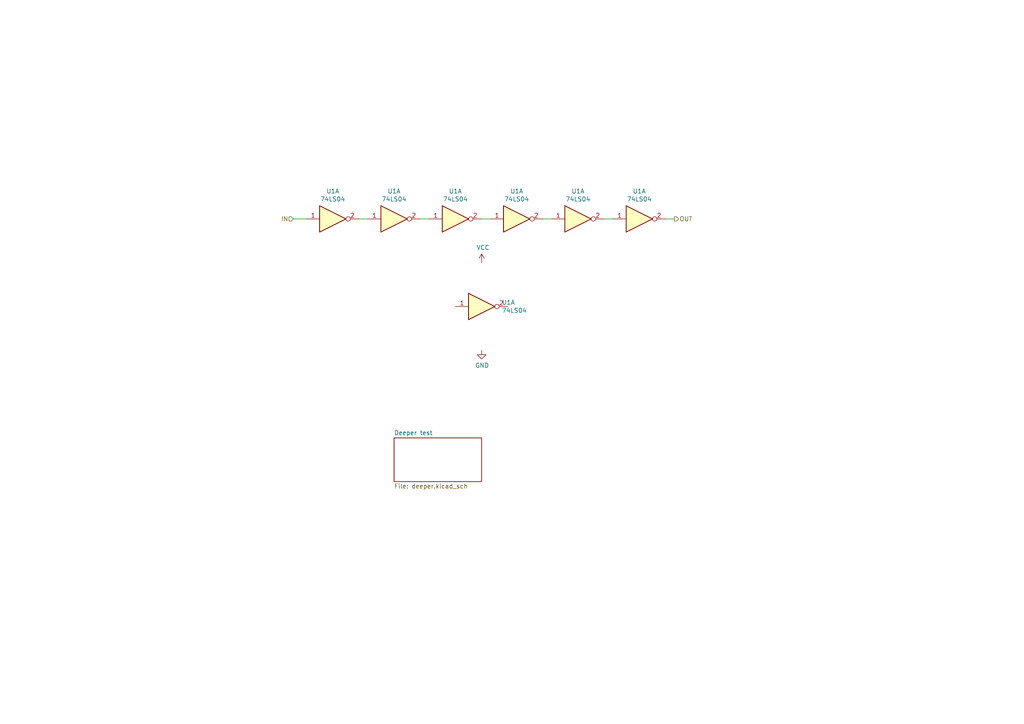
<source format=kicad_sch>
(kicad_sch (version 20211123) (generator eeschema)
  (paper "A4")
  (title_block (title "") (date "") (rev "") (company "") (comment 1 "") (comment 2 "") (comment 3 "") (comment 4 "") (comment 5 "") (comment 6 "") (comment 7 "") (comment 8 "") (comment 9 ""))
  (lib_symbols
    (symbol "74xx:74LS04"
      (property "Reference" "U" (at 0 1.27 0))
      (property "Value" "74LS04" (at 0 -1.27 0))
      (symbol "74LS04_1_0"
        (polyline (pts (xy -3.81 3.81) (xy -3.81 -3.81) (xy 3.81 0) (xy -3.81 3.81)) (stroke (width 0.254)) (fill (type background)))
        (pin input line (at -7.62 0 0) (length 3.81) (name "~") (number "1"))
        (pin output inverted (at 7.62 0 180) (length 3.81) (name "~") (number "2"))
      )
      (symbol "74LS04_2_0"
        (polyline (pts (xy -3.81 3.81) (xy -3.81 -3.81) (xy 3.81 0) (xy -3.81 3.81)) (stroke (width 0.254)) (fill (type background)))
        (pin input line (at -7.62 0 0) (length 3.81) (name "~") (number "3"))
        (pin output inverted (at 7.62 0 180) (length 3.81) (name "~") (number "4"))
      )
      (symbol "74LS04_3_0"
        (polyline (pts (xy -3.81 3.81) (xy -3.81 -3.81) (xy 3.81 0) (xy -3.81 3.81)) (stroke (width 0.254)) (fill (type background)))
        (pin input line (at -7.62 0 0) (length 3.81) (name "~") (number "5"))
        (pin output inverted (at 7.62 0 180) (length 3.81) (name "~") (number "6"))
      )
      (symbol "74LS04_4_0"
        (polyline (pts (xy -3.81 3.81) (xy -3.81 -3.81) (xy 3.81 0) (xy -3.81 3.81)) (stroke (width 0.254)) (fill (type background)))
        (pin output inverted (at 7.62 0 180) (length 3.81) (name "~") (number "8"))
        (pin input line (at -7.62 0 0) (length 3.81) (name "~") (number "9"))
      )
      (symbol "74LS04_5_0"
        (polyline (pts (xy -3.81 3.81) (xy -3.81 -3.81) (xy 3.81 0) (xy -3.81 3.81)) (stroke (width 0.254)) (fill (type background)))
        (pin output inverted (at 7.62 0 180) (length 3.81) (name "~") (number "10"))
        (pin input line (at -7.62 0 0) (length 3.81) (name "~") (number "11"))
      )
      (symbol "74LS04_6_0"
        (polyline (pts (xy -3.81 3.81) (xy -3.81 -3.81) (xy 3.81 0) (xy -3.81 3.81)) (stroke (width 0.254)) (fill (type background)))
        (pin output inverted (at 7.62 0 180) (length 3.81) (name "~") (number "12"))
        (pin input line (at -7.62 0 0) (length 3.81) (name "~") (number "13"))
      )
      (symbol "74LS04_7_0"
        (pin power_in line (at 0 12.7 270) (length 5.08) (name "VCC") (number "14"))
        (pin power_in line (at 0 -12.7 90) (length 5.08) (name "GND") (number "7"))
      )
      (symbol "74LS04_7_1"
        (rectangle (start -5.08 7.62) (end 5.08 -7.62) (stroke (width 0.254)) (fill (type background)))
      )
    )
    (symbol "power:GND" (power) (pin_names (offset 0))
      (property "Value" "GND" (at 0 -3.81 0))
      (symbol "GND_0_1"
        (polyline (pts (xy 0 0) (xy 0 -1.27) (xy 1.27 -1.27) (xy 0 -2.54) (xy -1.27 -1.27) (xy 0 -1.27)))
      )
      (symbol "GND_1_1"
        (pin power_in line (at 0 0 270) (length 0) hide (name "GND") (number "1"))
      )
    )
    (symbol "power:VCC" (power) (pin_names (offset 0))
      (property "Value" "VCC" (at 0 3.81 0))
      (symbol "VCC_0_1"
        (polyline (pts (xy -0.762 1.27) (xy 0 2.54)))
        (polyline (pts (xy 0 0) (xy 0 2.54)))
        (polyline (pts (xy 0 2.54) (xy 0.762 1.27)))
      )
      (symbol "VCC_1_1"
        (pin power_in line (at 0 0 90) (length 0) hide (name "VCC") (number "1"))
      )
    )
  )
  (wire (pts (xy 104.14 63.5) (xy 106.68 63.5)))
  (wire (pts (xy 175.26 63.5) (xy 177.8 63.5)))
  (wire (pts (xy 121.92 63.5) (xy 124.46 63.5)))
  (wire (pts (xy 157.48 63.5) (xy 160.02 63.5)))
  (wire (pts (xy 193.04 63.5) (xy 195.58 63.5)))
  (wire (pts (xy 85.09 63.5) (xy 88.9 63.5)))
  (wire (pts (xy 139.7 63.5) (xy 142.24 63.5)))
  (hierarchical_label "IN" (shape input) (at 85.09 63.5 180))
  (hierarchical_label "OUT" (shape output) (at 195.58 63.5 0))
  (symbol (lib_id "74xx:74LS04") (at 96.52 63.5 0)
    (property "Reference" "U1" (at 96.52 55.4482 0))
    (property "Value" "74LS04" (at 96.52 57.7596 0))
    (property "Datasheet" "http://www.ti.com/lit/gpn/sn74LS04" (effects hide))
  )
  (symbol (lib_id "74xx:74LS04") (at 114.3 63.5 0)
    (property "Reference" "U1" (at 114.3 55.4482 0))
    (property "Value" "74LS04" (at 114.3 57.7596 0))
    (property "Datasheet" "http://www.ti.com/lit/gpn/sn74LS04" (effects hide))
  )
  (symbol (lib_id "74xx:74LS04") (at 132.08 63.5 0)
    (property "Reference" "U1" (at 132.08 55.4482 0))
    (property "Value" "74LS04" (at 132.08 57.7596 0))
    (property "Datasheet" "http://www.ti.com/lit/gpn/sn74LS04" (effects hide))
  )
  (symbol (lib_id "74xx:74LS04") (at 149.86 63.5 0)
    (property "Reference" "U1" (at 149.86 55.4482 0))
    (property "Value" "74LS04" (at 149.86 57.7596 0))
    (property "Datasheet" "http://www.ti.com/lit/gpn/sn74LS04" (effects hide))
  )
  (symbol (lib_id "74xx:74LS04") (at 167.64 63.5 0)
    (property "Reference" "U1" (at 167.64 55.4482 0))
    (property "Value" "74LS04" (at 167.64 57.7596 0))
    (property "Datasheet" "http://www.ti.com/lit/gpn/sn74LS04" (effects hide))
  )
  (symbol (lib_id "74xx:74LS04") (at 185.42 63.5 0)
    (property "Reference" "U1" (at 185.42 55.4482 0))
    (property "Value" "74LS04" (at 185.42 57.7596 0))
    (property "Datasheet" "http://www.ti.com/lit/gpn/sn74LS04" (effects hide))
  )
  (symbol (lib_id "74xx:74LS04") (at 139.7 88.9 0)
    (property "Reference" "U1" (at 145.542 87.7316 0) (effects (justify left)))
    (property "Value" "74LS04" (at 145.542 90.043 0) (effects (justify left)))
    (property "Datasheet" "http://www.ti.com/lit/gpn/sn74LS04" (effects hide))
  )
  (symbol (lib_id "power:VCC") (at 139.7 76.2 0)
    (property "Reference" "#PWR?" (effects hide))
    (property "Value" "VCC" (at 140.081 71.8058 0))
  )
  (symbol (lib_id "power:GND") (at 139.7 101.6 0)
    (property "Reference" "#PWR?" (effects hide))
    (property "Value" "GND" (at 139.827 105.9942 0))
  )
  (sheet (at 114.3 127) (size 25.4 12.7) (fill (color 0 0 0 0.0))
    (property "Sheet name" "Deeper test" (at 114.3 126.2884 0) (effects (justify left bottom)))
    (property "Sheet file" "deeper.kicad_sch" (at 114.3 140.2846 0) (effects (justify left top)))
  )
)
</source>
